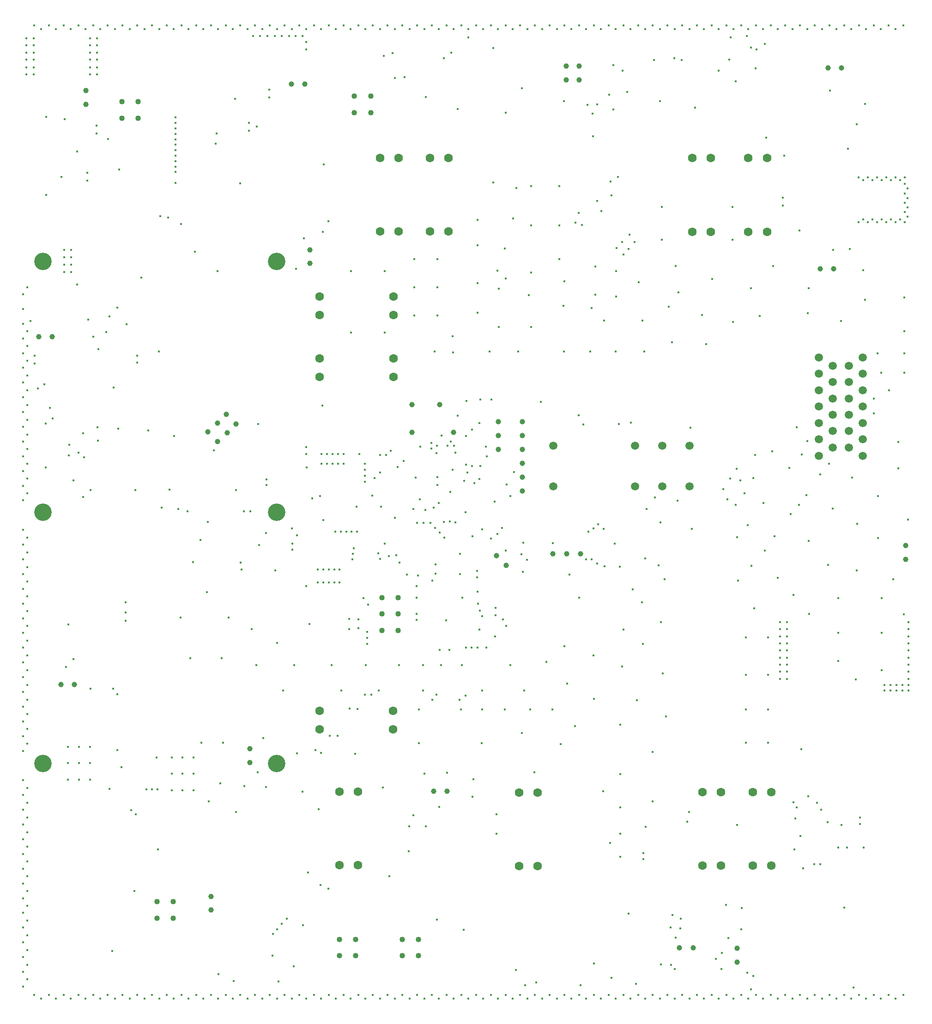
<source format=gbr>
%TF.GenerationSoftware,KiCad,Pcbnew,8.0.5*%
%TF.CreationDate,2025-02-05T16:42:08+01:00*%
%TF.ProjectId,FT25_PDU,46543235-5f50-4445-952e-6b696361645f,V1.2*%
%TF.SameCoordinates,Original*%
%TF.FileFunction,Plated,1,4,PTH,Drill*%
%TF.FilePolarity,Positive*%
%FSLAX46Y46*%
G04 Gerber Fmt 4.6, Leading zero omitted, Abs format (unit mm)*
G04 Created by KiCad (PCBNEW 8.0.5) date 2025-02-05 16:42:08*
%MOMM*%
%LPD*%
G01*
G04 APERTURE LIST*
%TA.AperFunction,ViaDrill*%
%ADD10C,0.400000*%
%TD*%
%TA.AperFunction,ComponentDrill*%
%ADD11C,1.000000*%
%TD*%
%TA.AperFunction,ComponentDrill*%
%ADD12C,1.020000*%
%TD*%
%TA.AperFunction,ComponentDrill*%
%ADD13C,1.500000*%
%TD*%
%TA.AperFunction,ComponentDrill*%
%ADD14C,1.600000*%
%TD*%
%TA.AperFunction,ComponentDrill*%
%ADD15C,3.200000*%
%TD*%
G04 APERTURE END LIST*
D10*
X112800000Y-104100000D03*
X112800000Y-106800000D03*
X112800000Y-109500000D03*
X112800000Y-112200001D03*
X112800000Y-114900000D03*
X112800000Y-117600000D03*
X112800000Y-120300001D03*
X112800000Y-123000000D03*
X112800000Y-125700000D03*
X112800000Y-128399999D03*
X112800000Y-131100000D03*
X112800000Y-133800000D03*
X112800000Y-136499999D03*
X112800000Y-139200000D03*
X112800000Y-141900000D03*
X112800000Y-147300000D03*
X112800000Y-150000000D03*
X112800000Y-152700000D03*
X112800000Y-155400001D03*
X112800000Y-158100000D03*
X112800000Y-160800000D03*
X112800000Y-163500001D03*
X112800000Y-166200000D03*
X112800000Y-168900000D03*
X112800000Y-171599999D03*
X112800000Y-174300000D03*
X112800000Y-177000000D03*
X112800000Y-179699999D03*
X112800000Y-182400000D03*
X112800000Y-185100000D03*
X112800000Y-187800000D03*
X112800000Y-193200000D03*
X112800000Y-195900000D03*
X112800000Y-198600001D03*
X112800000Y-201300000D03*
X112800000Y-204000000D03*
X112800000Y-206699999D03*
X112800000Y-209400000D03*
X112800000Y-212100000D03*
X112800000Y-214799999D03*
X112800000Y-217500000D03*
X112800000Y-220200000D03*
X112800000Y-222900000D03*
X112800000Y-225600001D03*
X112800000Y-228300000D03*
X112800000Y-231000000D03*
X113400000Y-57200000D03*
X113400000Y-58500000D03*
X113400000Y-59800000D03*
X113400000Y-61100000D03*
X113400000Y-62500000D03*
X113400000Y-63800000D03*
X113500000Y-102800000D03*
X113500000Y-110900000D03*
X113500000Y-113600000D03*
X113500000Y-116300000D03*
X113500000Y-119000000D03*
X113500000Y-121700000D03*
X113500000Y-124400000D03*
X113500000Y-127100000D03*
X113500000Y-129800000D03*
X113500000Y-132500000D03*
X113500000Y-135200000D03*
X113500000Y-137900000D03*
X113500000Y-140600000D03*
X113500000Y-148700000D03*
X113500000Y-151400000D03*
X113500000Y-154100000D03*
X113500000Y-156800000D03*
X113500000Y-159500000D03*
X113500000Y-162200000D03*
X113500000Y-164900000D03*
X113500000Y-167600000D03*
X113500000Y-170300000D03*
X113500000Y-173000000D03*
X113500000Y-175700000D03*
X113500000Y-178400000D03*
X113500000Y-181100000D03*
X113500000Y-183800000D03*
X113500000Y-186500000D03*
X113500000Y-194600000D03*
X113500000Y-197300000D03*
X113500000Y-200000000D03*
X113500000Y-202700000D03*
X113500000Y-205400000D03*
X113500000Y-208100000D03*
X113500000Y-210800000D03*
X113500000Y-213500000D03*
X113500000Y-216200000D03*
X113500000Y-218900000D03*
X113500000Y-221600000D03*
X113500000Y-224300000D03*
X113500000Y-227000000D03*
X113500000Y-229700000D03*
X114100000Y-109000000D03*
X114700000Y-57200000D03*
X114700000Y-58500000D03*
X114700000Y-59800000D03*
X114700000Y-61100000D03*
X114700000Y-62500000D03*
X114700000Y-63800000D03*
X114800000Y-54800000D03*
X114800000Y-232500000D03*
X114850000Y-115365000D03*
X114850000Y-116835000D03*
X115500000Y-121400000D03*
X116100000Y-55500000D03*
X116100000Y-233200000D03*
X116700000Y-120600008D03*
X116950000Y-127809998D03*
X116950000Y-135830000D03*
X117000000Y-85900000D03*
X117010000Y-71560000D03*
X117500000Y-54800000D03*
X117500000Y-232500000D03*
X117700000Y-124900000D03*
X118200000Y-126900000D03*
X118800000Y-55500000D03*
X118800000Y-233200000D03*
X119820000Y-82610000D03*
X120200000Y-54800000D03*
X120200000Y-232500000D03*
X120300000Y-96000000D03*
X120300000Y-97300000D03*
X120300000Y-98700000D03*
X120300000Y-100000000D03*
X120380000Y-72000000D03*
X120600000Y-172400000D03*
X121020000Y-187060000D03*
X121020000Y-190060000D03*
X121020000Y-193060000D03*
X121096643Y-164655057D03*
X121109733Y-133655785D03*
X121220000Y-131730000D03*
X121500000Y-55500000D03*
X121500000Y-233200000D03*
X121600000Y-96000000D03*
X121600000Y-97300000D03*
X121600000Y-98700000D03*
X121600000Y-100000000D03*
X122000006Y-138200000D03*
X122026642Y-170965056D03*
X122670000Y-77940000D03*
X122690000Y-102300000D03*
X122900000Y-54800000D03*
X122900000Y-232500000D03*
X122925000Y-133107169D03*
X123020000Y-187060000D03*
X123020000Y-190060000D03*
X123020000Y-193060000D03*
X123770000Y-129560000D03*
X123800000Y-141300000D03*
X123900000Y-134000000D03*
X124200000Y-55500000D03*
X124200000Y-233200000D03*
X124500000Y-81800000D03*
X124500000Y-83300000D03*
X124740000Y-108780000D03*
X125000000Y-57200000D03*
X125000000Y-58500000D03*
X125000000Y-59800000D03*
X125000000Y-61100000D03*
X125000000Y-62500000D03*
X125000000Y-63800000D03*
X125020000Y-187060000D03*
X125020000Y-190060000D03*
X125020000Y-193060000D03*
X125096643Y-176415000D03*
X125100000Y-140000000D03*
X125600000Y-54800000D03*
X125600000Y-232500000D03*
X125650000Y-111860000D03*
X126210000Y-73180000D03*
X126210000Y-74640000D03*
X126300000Y-57200000D03*
X126300000Y-58500000D03*
X126300000Y-59800000D03*
X126300000Y-61100000D03*
X126300000Y-62500000D03*
X126300000Y-63800000D03*
X126410000Y-128460000D03*
X126500000Y-130900000D03*
X126595000Y-114185000D03*
X126900000Y-55500000D03*
X126900000Y-233200000D03*
X128000000Y-111000000D03*
X128300000Y-54800000D03*
X128300000Y-232500000D03*
X128310000Y-75640000D03*
X128580000Y-194790000D03*
X128640000Y-108180000D03*
X129100000Y-224500000D03*
X129286643Y-176385057D03*
X129400000Y-121200000D03*
X129600000Y-55500000D03*
X129600000Y-233200000D03*
X130010000Y-177380000D03*
X130035000Y-187700000D03*
X130070000Y-106520000D03*
X130209425Y-128709479D03*
X130400000Y-81200000D03*
X130830000Y-190830000D03*
X131000000Y-54800000D03*
X131000000Y-232500000D03*
X131520000Y-162470000D03*
X131540000Y-160600000D03*
X131540000Y-163930000D03*
X131700000Y-109600000D03*
X132300000Y-55500000D03*
X132300000Y-233200000D03*
X132600000Y-198700000D03*
X133200000Y-213500002D03*
X133298000Y-139970000D03*
X133430000Y-199400000D03*
X133700000Y-54800000D03*
X133700000Y-115375000D03*
X133700000Y-116600000D03*
X133700000Y-232500000D03*
X134400001Y-101079999D03*
X135000000Y-55500000D03*
X135000000Y-233200000D03*
X135350000Y-194860000D03*
X135710000Y-129090000D03*
X136350000Y-194860000D03*
X136400000Y-54800000D03*
X136400000Y-232500000D03*
X137210000Y-189045000D03*
X137410000Y-194860000D03*
X137460000Y-205870000D03*
X137690000Y-114580000D03*
X137700000Y-55500000D03*
X137700000Y-233200000D03*
X137910000Y-89820000D03*
X138200000Y-143200000D03*
X139100000Y-54800000D03*
X139100000Y-232500000D03*
X139330000Y-90060000D03*
X139600000Y-139900000D03*
X140000000Y-189000000D03*
X140000000Y-192000000D03*
X140000000Y-195000000D03*
X140400000Y-55500000D03*
X140400000Y-233200000D03*
X140470000Y-130070000D03*
X140700000Y-71700000D03*
X140700000Y-72700000D03*
X140700000Y-73700000D03*
X140700000Y-74700000D03*
X140700000Y-75700000D03*
X140700000Y-76700000D03*
X140700000Y-77700000D03*
X140700000Y-78700000D03*
X140700000Y-79700000D03*
X140700000Y-80700000D03*
X140700000Y-81700000D03*
X140700000Y-83700000D03*
X141200000Y-143500000D03*
X141600000Y-163400000D03*
X141750000Y-91230000D03*
X141800000Y-54800000D03*
X141800000Y-232500000D03*
X142000000Y-189000000D03*
X142000000Y-192000000D03*
X142000000Y-195000000D03*
X142900000Y-143900000D03*
X143100000Y-55500000D03*
X143100000Y-233200000D03*
X143400000Y-170800000D03*
X143900000Y-153240000D03*
X144000000Y-189000000D03*
X144000000Y-192000000D03*
X144000000Y-195000000D03*
X144240000Y-96300000D03*
X144500000Y-54800000D03*
X144500000Y-232500000D03*
X145248008Y-149151992D03*
X145438624Y-186269996D03*
X145800000Y-55500000D03*
X145800000Y-233200000D03*
X146500000Y-158700000D03*
X146600000Y-145800000D03*
X146800000Y-197100000D03*
X147200000Y-54800000D03*
X147200000Y-232500000D03*
X147700000Y-132700000D03*
X148060000Y-76510000D03*
X148200000Y-74600000D03*
X148400000Y-99900000D03*
X148500000Y-55500000D03*
X148500000Y-233200000D03*
X148600000Y-228700000D03*
X148960000Y-193750000D03*
X149200000Y-170800000D03*
X149450000Y-186282143D03*
X149900000Y-54800000D03*
X149900000Y-232500000D03*
X150400000Y-163400000D03*
X151200000Y-55500000D03*
X151200000Y-233200000D03*
X151402000Y-229980000D03*
X151600000Y-68300000D03*
X151800000Y-140000000D03*
X151800000Y-199000000D03*
X152590000Y-83790000D03*
X152600000Y-54800000D03*
X152600000Y-232500000D03*
X152615045Y-153286262D03*
X152780000Y-154550000D03*
X153255000Y-143865000D03*
X153301992Y-194298008D03*
X153900000Y-55500000D03*
X153900000Y-233200000D03*
X154200000Y-72700000D03*
X154200000Y-74100000D03*
X154425000Y-143860000D03*
X154700000Y-165500000D03*
X154900000Y-56750000D03*
X155300000Y-54800000D03*
X155300000Y-232500000D03*
X155500000Y-172100000D03*
X155620000Y-73390000D03*
X155805000Y-191700000D03*
X155900000Y-127900000D03*
X156030000Y-150040000D03*
X156200000Y-56750000D03*
X156600000Y-55500000D03*
X156600000Y-233200000D03*
X156800000Y-185450000D03*
X157300000Y-147900000D03*
X157300000Y-194400000D03*
X157374997Y-138074989D03*
X157400000Y-139100000D03*
X157550000Y-56750000D03*
X157865000Y-68065000D03*
X157895000Y-66595000D03*
X158000000Y-54800000D03*
X158000000Y-232500000D03*
X158500000Y-225300000D03*
X158600000Y-221350000D03*
X158900000Y-56750000D03*
X158990000Y-154700000D03*
X159300000Y-55500000D03*
X159300000Y-168000000D03*
X159300000Y-233200000D03*
X159350000Y-220500000D03*
X159600000Y-230100000D03*
X160200000Y-56750000D03*
X160220000Y-219510000D03*
X160400000Y-176700000D03*
X160700000Y-54800000D03*
X160700000Y-232500000D03*
X161120000Y-218550000D03*
X161500000Y-56750000D03*
X162000000Y-55500000D03*
X162000000Y-233200000D03*
X162039380Y-146994046D03*
X162100000Y-149849997D03*
X162100000Y-150900000D03*
X162340000Y-227320000D03*
X162500000Y-172100000D03*
X162700000Y-56750000D03*
X162830000Y-99440000D03*
X162950000Y-188250000D03*
X162999999Y-148299999D03*
X163400000Y-54800000D03*
X163400000Y-232500000D03*
X163950000Y-56750000D03*
X164010000Y-195260000D03*
X164060000Y-219720000D03*
X164250000Y-93870000D03*
X164640000Y-133350000D03*
X164650000Y-57900000D03*
X164650000Y-59200000D03*
X164660000Y-132100000D03*
X164699992Y-157600000D03*
X164700000Y-55500000D03*
X164700000Y-233200000D03*
X164730000Y-135850000D03*
X165025000Y-210100000D03*
X165250000Y-164525000D03*
X165800000Y-141500000D03*
X166100000Y-54800000D03*
X166100000Y-232500000D03*
X166400000Y-187700000D03*
X166800000Y-154600000D03*
X166800000Y-156900000D03*
X166975000Y-198520000D03*
X167200000Y-141100000D03*
X167300000Y-212400000D03*
X167400000Y-55500000D03*
X167400000Y-188200000D03*
X167400000Y-233200000D03*
X167500000Y-133400000D03*
X167500000Y-135200000D03*
X167600000Y-124500000D03*
X167700000Y-92700000D03*
X167800000Y-145500000D03*
X167800000Y-154600000D03*
X167800000Y-156900000D03*
X167870000Y-80280000D03*
X168500000Y-133400000D03*
X168500000Y-135200000D03*
X168746017Y-213092734D03*
X168750000Y-90690000D03*
X168800000Y-54800000D03*
X168800000Y-154600000D03*
X168800000Y-156900000D03*
X168800000Y-232500000D03*
X169000000Y-185000000D03*
X169300000Y-172100000D03*
X169500000Y-133400000D03*
X169500000Y-135200000D03*
X169800000Y-154600000D03*
X169800000Y-156900000D03*
X170000000Y-147600000D03*
X170100000Y-55500000D03*
X170100000Y-233200000D03*
X170399993Y-185000007D03*
X170500000Y-133400000D03*
X170500000Y-135200000D03*
X170800000Y-154600000D03*
X170800000Y-156900000D03*
X171000000Y-147600000D03*
X171100000Y-176700000D03*
X171500000Y-54800000D03*
X171500000Y-133400000D03*
X171500000Y-135200000D03*
X171500000Y-232500000D03*
X172000000Y-147600000D03*
X172500000Y-163600002D03*
X172500010Y-165500000D03*
X172630000Y-180080042D03*
X172800000Y-55500000D03*
X172800000Y-233200000D03*
X172900000Y-99900000D03*
X172900000Y-111100000D03*
X173000000Y-147600000D03*
X173100000Y-152700000D03*
X173178100Y-151701287D03*
X173400000Y-150675000D03*
X173600000Y-188300000D03*
X173900000Y-143025000D03*
X174000000Y-147600000D03*
X174098008Y-180098008D03*
X174200000Y-54800000D03*
X174200000Y-163700000D03*
X174200000Y-165300000D03*
X174200000Y-232500000D03*
X174400000Y-133425000D03*
X175200000Y-159800000D03*
X175399996Y-177500000D03*
X175400000Y-135200000D03*
X175400000Y-136300000D03*
X175400000Y-137400000D03*
X175400000Y-138500000D03*
X175500000Y-55500000D03*
X175500000Y-233200000D03*
X175600000Y-172100000D03*
X175800000Y-166000000D03*
X175800000Y-167100000D03*
X175800000Y-168200000D03*
X176000000Y-161000000D03*
X176600000Y-177500000D03*
X176780000Y-141010000D03*
X176900000Y-54800000D03*
X176900000Y-232500000D03*
X177200000Y-137760000D03*
X177900000Y-151600000D03*
X178000000Y-176700000D03*
X178200000Y-55500000D03*
X178200000Y-133600000D03*
X178200000Y-233200000D03*
X178245000Y-136795000D03*
X178251992Y-152651992D03*
X178400000Y-143025000D03*
X178700000Y-194500000D03*
X178900000Y-60400000D03*
X179087574Y-149787575D03*
X179100000Y-99900000D03*
X179100000Y-111100000D03*
X179300000Y-133600000D03*
X179600000Y-54800000D03*
X179600000Y-232500000D03*
X179800000Y-152100000D03*
X179900000Y-210800000D03*
X180200000Y-132800000D03*
X180473008Y-59923008D03*
X180900000Y-55500000D03*
X180900000Y-145064290D03*
X180900000Y-233200000D03*
X180950000Y-64500000D03*
X181168421Y-151900000D03*
X181400000Y-135721507D03*
X181700000Y-172100000D03*
X181800000Y-153300000D03*
X182300000Y-54800000D03*
X182300000Y-232500000D03*
X182550000Y-134690000D03*
X182700000Y-64300000D03*
X183096519Y-155468306D03*
X183500000Y-206170000D03*
X183520000Y-201650000D03*
X183600000Y-55500000D03*
X183600000Y-233200000D03*
X184300000Y-143500000D03*
X184300000Y-199600000D03*
X184500000Y-97700000D03*
X184500000Y-102800000D03*
X184500000Y-108000000D03*
X184700000Y-137700000D03*
X184900000Y-157600000D03*
X184900000Y-159725000D03*
X184900000Y-162725000D03*
X184900000Y-163800000D03*
X185000000Y-54800000D03*
X185000000Y-146000000D03*
X185000000Y-232500000D03*
X185171992Y-155668008D03*
X185300000Y-180200000D03*
X185300000Y-186400000D03*
X185500000Y-141700000D03*
X185600000Y-132000000D03*
X186100000Y-172100000D03*
X186100000Y-176700000D03*
X186200000Y-146000000D03*
X186300000Y-55500000D03*
X186300000Y-192000000D03*
X186300000Y-233200000D03*
X186500000Y-143600000D03*
X186600000Y-201600000D03*
X186625001Y-67910000D03*
X187400000Y-146000000D03*
X187600000Y-131400000D03*
X187600000Y-132400000D03*
X187700000Y-54800000D03*
X187700000Y-232500000D03*
X187739097Y-156575000D03*
X187800000Y-178400000D03*
X188070107Y-143211227D03*
X188200000Y-114600000D03*
X188300000Y-146900000D03*
X188399998Y-155300000D03*
X188400000Y-153650000D03*
X188499994Y-133200000D03*
X188575000Y-177500000D03*
X188600000Y-131900000D03*
X188600000Y-218700000D03*
X188700000Y-97700000D03*
X188700000Y-102800000D03*
X188700000Y-108000000D03*
X188710000Y-139040000D03*
X188725000Y-137630000D03*
X189000000Y-55500000D03*
X189000000Y-142375000D03*
X189000000Y-233200000D03*
X189060000Y-198100000D03*
X189100000Y-147800000D03*
X189100000Y-169300000D03*
X189400000Y-172100000D03*
X189500000Y-130000004D03*
X189900000Y-60800000D03*
X189911324Y-145800714D03*
X190000000Y-148700000D03*
X190300000Y-163900000D03*
X190400000Y-54800000D03*
X190400000Y-232500000D03*
X190500002Y-191800000D03*
X190600000Y-131900000D03*
X190900000Y-169300000D03*
X190961292Y-145792265D03*
X191099997Y-140299997D03*
X191200000Y-131100000D03*
X191260000Y-59820000D03*
X191500000Y-111800000D03*
X191500000Y-136300000D03*
X191600000Y-114800000D03*
X191700000Y-55500000D03*
X191700000Y-233200000D03*
X191800000Y-131900000D03*
X192007326Y-145883469D03*
X192025000Y-133155564D03*
X192400000Y-126400000D03*
X192450000Y-70165001D03*
X192800000Y-178475000D03*
X192817991Y-151682009D03*
X192829810Y-155370190D03*
X193000000Y-180200000D03*
X193100000Y-54800000D03*
X193100000Y-232500000D03*
X193225000Y-172100000D03*
X193300000Y-159700000D03*
X193560000Y-220630000D03*
X193600000Y-138300000D03*
X193900000Y-144100000D03*
X193900000Y-177700000D03*
X193990000Y-135364382D03*
X194000000Y-130100000D03*
X194000000Y-168900000D03*
X194062314Y-123660425D03*
X194201992Y-136801992D03*
X194400000Y-55500000D03*
X194400000Y-233200000D03*
X194400004Y-57000000D03*
X195000000Y-168900000D03*
X195050000Y-135577024D03*
X195100000Y-128900000D03*
X195112500Y-148487500D03*
X195170000Y-196200000D03*
X195300000Y-193000000D03*
X195500000Y-138700000D03*
X195800000Y-54800000D03*
X195800000Y-232500000D03*
X195967991Y-154832009D03*
X196000000Y-156000000D03*
X196079810Y-158620190D03*
X196100000Y-90500000D03*
X196100000Y-95100000D03*
X196100000Y-102100000D03*
X196100000Y-107500000D03*
X196100000Y-168900012D03*
X196133795Y-160866207D03*
X196400000Y-127700000D03*
X196400000Y-138000000D03*
X196450000Y-165550000D03*
X196500000Y-162121928D03*
X196600000Y-123425000D03*
X196600000Y-135633794D03*
X196800000Y-186400000D03*
X196899966Y-163092769D03*
X196900000Y-147200000D03*
X196900000Y-176700000D03*
X196925000Y-180200000D03*
X197100000Y-55500000D03*
X197100000Y-233200000D03*
X197600000Y-132070000D03*
X197700000Y-168900000D03*
X197780000Y-133810000D03*
X198300000Y-114600000D03*
X198500000Y-54800000D03*
X198500000Y-148900000D03*
X198500000Y-232500000D03*
X198600000Y-123425000D03*
X198930009Y-83630009D03*
X198981636Y-58948364D03*
X199250000Y-142110000D03*
X199301990Y-166798006D03*
X199400000Y-161600000D03*
X199400000Y-162900000D03*
X199550000Y-202990000D03*
X199570000Y-199410000D03*
X199700000Y-148000000D03*
X199750000Y-99750000D03*
X199800000Y-55500000D03*
X199800000Y-233200000D03*
X200000000Y-103100000D03*
X200000000Y-110100000D03*
X200540000Y-146910000D03*
X200700008Y-163700000D03*
X201100000Y-95700000D03*
X201100000Y-180200000D03*
X201199997Y-101199997D03*
X201200000Y-54800000D03*
X201200000Y-151100000D03*
X201200000Y-232500000D03*
X201240000Y-70840000D03*
X201326447Y-164859505D03*
X201379994Y-139000000D03*
X202070000Y-141100000D03*
X202100000Y-172100000D03*
X202500000Y-55500000D03*
X202500000Y-233200000D03*
X202600000Y-90200000D03*
X202800000Y-136700000D03*
X203100000Y-228000000D03*
X203200000Y-84600000D03*
X203500000Y-114600000D03*
X203900000Y-54800000D03*
X203900000Y-232500000D03*
X204100000Y-151800000D03*
X204200000Y-66300000D03*
X204200000Y-184500000D03*
X204400000Y-155000000D03*
X204430000Y-149675000D03*
X204600000Y-176700000D03*
X204800000Y-230800000D03*
X205100000Y-152800000D03*
X205200000Y-55500000D03*
X205200000Y-233200000D03*
X205500000Y-104300000D03*
X205700000Y-180200000D03*
X205900000Y-84300000D03*
X205900000Y-91500000D03*
X205900000Y-100100000D03*
X205900000Y-110100000D03*
X206500000Y-191700000D03*
X206600000Y-54800000D03*
X206600000Y-232500000D03*
X206840000Y-230230000D03*
X207700000Y-123800000D03*
X207900000Y-55500000D03*
X207900000Y-233200000D03*
X208700000Y-171500000D03*
X209300000Y-54800000D03*
X209300000Y-232500000D03*
X209800000Y-180200000D03*
X209900000Y-149700000D03*
X210600000Y-55500000D03*
X210600000Y-233200000D03*
X211100000Y-84300000D03*
X211100000Y-91500000D03*
X211100000Y-97700000D03*
X211300000Y-186600000D03*
X211800000Y-106200000D03*
X211890000Y-68700000D03*
X211900000Y-114600000D03*
X212000000Y-54800000D03*
X212000000Y-101700000D03*
X212000000Y-168600000D03*
X212000000Y-232500000D03*
X212500000Y-175500000D03*
X212900000Y-155475000D03*
X213300000Y-55500000D03*
X213300000Y-233200000D03*
X213900000Y-183300000D03*
X214000000Y-91000000D03*
X214590000Y-126320000D03*
X214599998Y-89200002D03*
X214700000Y-54800000D03*
X214700000Y-159700000D03*
X214700000Y-232500000D03*
X215000000Y-230800000D03*
X215200000Y-91400000D03*
X215500000Y-128000000D03*
X215942925Y-152674563D03*
X216000000Y-55500000D03*
X216000000Y-233200000D03*
X216200000Y-69400000D03*
X216400000Y-147600000D03*
X216700000Y-114600000D03*
X216989289Y-152725000D03*
X217000000Y-106600000D03*
X217140000Y-70970000D03*
X217270000Y-75120000D03*
X217300000Y-147000000D03*
X217300000Y-170300000D03*
X217400000Y-54800000D03*
X217400000Y-178300000D03*
X217400000Y-232500000D03*
X217427008Y-226775000D03*
X217700000Y-99000000D03*
X217700000Y-104200000D03*
X218000000Y-69300000D03*
X218000000Y-87000000D03*
X218000000Y-153500000D03*
X218200000Y-146300000D03*
X218700000Y-55500000D03*
X218700000Y-233200000D03*
X218798012Y-88898004D03*
X219100000Y-195200000D03*
X219200000Y-147075000D03*
X219300000Y-108900000D03*
X219340589Y-153966688D03*
X220100000Y-54800000D03*
X220100000Y-232500000D03*
X220225000Y-67500000D03*
X220400000Y-204700000D03*
X220500000Y-83399996D03*
X220600000Y-86000000D03*
X220600000Y-229400000D03*
X221000000Y-62100000D03*
X221000000Y-70200000D03*
X221190000Y-149810000D03*
X221400000Y-55500000D03*
X221400000Y-114600000D03*
X221400000Y-233200000D03*
X221500000Y-99900000D03*
X221500000Y-104500000D03*
X221600000Y-95600000D03*
X221820000Y-82600000D03*
X222000000Y-127899960D03*
X222170599Y-154075000D03*
X222200000Y-183000000D03*
X222200000Y-192100000D03*
X222200000Y-198200000D03*
X222200000Y-203000000D03*
X222200000Y-207200000D03*
X222600000Y-94500000D03*
X222600000Y-172300000D03*
X222700008Y-63100000D03*
X222800000Y-54800000D03*
X222800000Y-96800000D03*
X222800000Y-165600000D03*
X222800000Y-232500000D03*
X223500000Y-67000000D03*
X223800000Y-95800000D03*
X223800000Y-217600000D03*
X223901000Y-93200000D03*
X224100000Y-55500000D03*
X224100000Y-233200000D03*
X224200000Y-127600000D03*
X224500000Y-158200000D03*
X224900000Y-94500000D03*
X225100008Y-230500000D03*
X225300000Y-178500000D03*
X225500000Y-54800000D03*
X225500000Y-232500000D03*
X225600000Y-101900000D03*
X226200000Y-160600000D03*
X226300000Y-108900000D03*
X226400000Y-168200000D03*
X226460000Y-206550000D03*
X226460000Y-207680000D03*
X226600000Y-114600000D03*
X226800000Y-55500000D03*
X226800000Y-152500000D03*
X226800000Y-233200000D03*
X226900000Y-201700000D03*
X227100000Y-143490250D03*
X228200000Y-54800000D03*
X228200000Y-188000000D03*
X228200000Y-197100000D03*
X228200000Y-232500000D03*
X228400000Y-61200000D03*
X228550378Y-141349621D03*
X229300000Y-153800000D03*
X229500000Y-55500000D03*
X229500000Y-233200000D03*
X229540000Y-68670000D03*
X229600000Y-145900000D03*
X229700000Y-164200000D03*
X229706522Y-226989502D03*
X229900000Y-88100000D03*
X229900000Y-94100000D03*
X230000000Y-173600000D03*
X230400000Y-156300000D03*
X230600000Y-181500000D03*
X230900000Y-54800000D03*
X230900000Y-232500000D03*
X231100000Y-106400000D03*
X231500000Y-220200000D03*
X231550000Y-227000000D03*
X231700000Y-112900000D03*
X231775000Y-217920000D03*
X232150001Y-60800000D03*
X232200000Y-55500000D03*
X232200000Y-233200000D03*
X232238147Y-227775000D03*
X232400000Y-98900000D03*
X232400000Y-222000000D03*
X232700000Y-141925000D03*
X232900000Y-103800000D03*
X233278008Y-220361992D03*
X233360000Y-218530000D03*
X233500000Y-61200000D03*
X233600000Y-54800000D03*
X233600000Y-232500000D03*
X234500000Y-200750000D03*
X234852089Y-199006073D03*
X234900000Y-55500000D03*
X234900000Y-233200000D03*
X235100000Y-128600000D03*
X235375000Y-147075000D03*
X235970000Y-69880000D03*
X236300000Y-54800000D03*
X236300000Y-232500000D03*
X237200000Y-107900000D03*
X237600000Y-55500000D03*
X237600000Y-233200000D03*
X238000000Y-113200000D03*
X239000000Y-54800000D03*
X239000000Y-232500000D03*
X239100000Y-101300000D03*
X239750000Y-225950000D03*
X240270000Y-63100000D03*
X240300000Y-55500000D03*
X240300000Y-233200000D03*
X240800000Y-227800000D03*
X240850000Y-224850000D03*
X241100000Y-139800000D03*
X241590000Y-216010000D03*
X241700000Y-54800000D03*
X241700000Y-232500000D03*
X241901041Y-141700000D03*
X242075015Y-222124985D03*
X242201992Y-61125000D03*
X242425000Y-137881802D03*
X242440000Y-57040000D03*
X242800000Y-88100000D03*
X242800000Y-94100000D03*
X242900000Y-109200000D03*
X243000000Y-55500000D03*
X243000000Y-233200000D03*
X243400000Y-65100000D03*
X243400000Y-142700000D03*
X243600000Y-136100000D03*
X243620000Y-201400000D03*
X243700000Y-148600000D03*
X243800000Y-156600000D03*
X244266563Y-138250000D03*
X244400000Y-54800000D03*
X244400000Y-232500000D03*
X244450000Y-220530000D03*
X244490000Y-216660000D03*
X245000000Y-140600000D03*
X245300000Y-167000000D03*
X245300000Y-173900000D03*
X245300000Y-180200000D03*
X245300000Y-186300000D03*
X245425000Y-56774999D03*
X245500000Y-228500000D03*
X245600000Y-146400000D03*
X245700000Y-55500000D03*
X245700000Y-233200000D03*
X246200000Y-58900000D03*
X246200000Y-103000000D03*
X246200000Y-231500000D03*
X246300000Y-153900000D03*
X246600000Y-137800000D03*
X246600000Y-229100000D03*
X246800000Y-161700000D03*
X247000008Y-133600000D03*
X247030000Y-62725000D03*
X247100000Y-54800000D03*
X247100000Y-232500000D03*
X247207740Y-59194900D03*
X247800000Y-108100000D03*
X248400000Y-55500000D03*
X248400000Y-233200000D03*
X248500000Y-142400000D03*
X248700000Y-58200000D03*
X248700000Y-151100000D03*
X249000000Y-75400000D03*
X249300000Y-167000000D03*
X249300000Y-173900000D03*
X249300000Y-180200000D03*
X249300000Y-186300000D03*
X249800000Y-54800000D03*
X249800000Y-232500000D03*
X250100000Y-132900000D03*
X250300000Y-98900000D03*
X250500000Y-148500000D03*
X251100000Y-55500000D03*
X251100000Y-156100000D03*
X251100000Y-233200000D03*
X251500000Y-164200000D03*
X251500000Y-165500000D03*
X251500000Y-166800000D03*
X251500000Y-168100000D03*
X251500000Y-169400000D03*
X251500000Y-170700000D03*
X251500000Y-172000000D03*
X251500000Y-173300000D03*
X251500000Y-174600000D03*
X252050000Y-86400000D03*
X252050000Y-87800000D03*
X252300000Y-78700000D03*
X252500000Y-54800000D03*
X252500000Y-232500000D03*
X252800000Y-164200000D03*
X252800000Y-165500000D03*
X252800000Y-166800000D03*
X252800000Y-168100000D03*
X252800000Y-169400000D03*
X252800000Y-170700000D03*
X252800000Y-172000000D03*
X252800000Y-173300000D03*
X252800000Y-174600000D03*
X253200000Y-135900000D03*
X253500000Y-144400000D03*
X253800000Y-55500000D03*
X253800000Y-233200000D03*
X253979994Y-197260000D03*
X254000000Y-159200000D03*
X254200000Y-205900000D03*
X254325000Y-200207326D03*
X254600000Y-128500000D03*
X254600000Y-198200000D03*
X255000000Y-142700000D03*
X255100000Y-92400000D03*
X255200000Y-54800000D03*
X255200000Y-232500000D03*
X255264720Y-203443899D03*
X255400002Y-187499995D03*
X255500000Y-133500000D03*
X255800000Y-209340000D03*
X256400000Y-140900000D03*
X256500000Y-55500000D03*
X256500000Y-131000000D03*
X256500000Y-233200000D03*
X256600000Y-107600000D03*
X256690000Y-196100000D03*
X256800000Y-103000000D03*
X256800000Y-149300000D03*
X256899996Y-162700000D03*
X257800000Y-208564999D03*
X257900000Y-54800000D03*
X257900000Y-232500000D03*
X258320002Y-197355000D03*
X258864644Y-208564999D03*
X258900000Y-137100000D03*
X259110000Y-198600000D03*
X259200000Y-55500000D03*
X259200000Y-233200000D03*
X260240000Y-200890000D03*
X260300000Y-153700000D03*
X260500000Y-135200000D03*
X260600000Y-54800000D03*
X260600000Y-232500000D03*
X260700000Y-66800000D03*
X261200000Y-143400000D03*
X261300000Y-96000000D03*
X261900000Y-55500000D03*
X261900000Y-233200000D03*
X262200000Y-159800000D03*
X262200000Y-166200000D03*
X262200000Y-171300000D03*
X262240000Y-205570000D03*
X262700000Y-109000000D03*
X262820000Y-201410000D03*
X263300000Y-54800000D03*
X263300000Y-216500000D03*
X263300000Y-232500000D03*
X263800000Y-205500000D03*
X264000000Y-77400000D03*
X264299998Y-95800000D03*
X264600000Y-55500000D03*
X264600000Y-233200000D03*
X264700000Y-137700000D03*
X265000000Y-231200000D03*
X265400000Y-174700000D03*
X265600000Y-72900000D03*
X265600000Y-154700000D03*
X265700000Y-146200000D03*
X265899999Y-90900000D03*
X265900000Y-82700000D03*
X266000000Y-54800000D03*
X266000000Y-232500000D03*
X266180000Y-200010000D03*
X266200000Y-201200000D03*
X266750000Y-83226782D03*
X266750000Y-90373218D03*
X266800000Y-99700000D03*
X266900000Y-205500000D03*
X267082501Y-69210000D03*
X267100000Y-105100000D03*
X267300000Y-55500000D03*
X267300000Y-233200000D03*
X267600000Y-82700000D03*
X267600000Y-90900000D03*
X268450000Y-83226782D03*
X268450000Y-90373218D03*
X268700000Y-54800000D03*
X268700000Y-123200000D03*
X268700000Y-125900000D03*
X268700000Y-232500000D03*
X269299999Y-90900000D03*
X269300000Y-82700000D03*
X269400000Y-114900000D03*
X269500000Y-141100000D03*
X269500000Y-148800000D03*
X270000000Y-55500000D03*
X270000000Y-233200000D03*
X270100000Y-118500000D03*
X270150000Y-83226782D03*
X270150000Y-90373218D03*
X270200000Y-159800000D03*
X270200000Y-166200000D03*
X270200000Y-173000000D03*
X270700000Y-175700000D03*
X270700000Y-176700000D03*
X271000000Y-82700000D03*
X271000000Y-90900000D03*
X271400000Y-54800000D03*
X271400000Y-232500000D03*
X271500000Y-121699968D03*
X271800000Y-175700000D03*
X271800000Y-176700000D03*
X271850000Y-83226782D03*
X271850000Y-90373218D03*
X272300000Y-156300000D03*
X272699999Y-90900000D03*
X272700000Y-55500000D03*
X272700000Y-82700000D03*
X272700000Y-233200000D03*
X272900000Y-175700000D03*
X272900000Y-176700000D03*
X273200000Y-131200000D03*
X273200000Y-136000000D03*
X273550000Y-83226782D03*
X273550000Y-90373218D03*
X274000000Y-175700000D03*
X274000000Y-176700000D03*
X274100000Y-54800000D03*
X274100000Y-232500000D03*
X274200000Y-162800000D03*
X274300000Y-104700000D03*
X274300000Y-110900000D03*
X274300000Y-114900000D03*
X274300000Y-118500000D03*
X274400000Y-82700000D03*
X274400000Y-83899999D03*
X274400000Y-85600000D03*
X274400000Y-87299999D03*
X274400000Y-89000000D03*
X274400000Y-90900000D03*
X274926782Y-84750000D03*
X274926782Y-86450000D03*
X274926782Y-88150000D03*
X274926782Y-89850000D03*
X275000000Y-145400000D03*
X275100000Y-164200000D03*
X275100000Y-165500000D03*
X275100000Y-166800000D03*
X275100000Y-168100000D03*
X275100000Y-169400000D03*
X275100000Y-170700000D03*
X275100000Y-172000000D03*
X275100000Y-173300000D03*
X275100000Y-174600000D03*
X275100000Y-175700000D03*
X275100000Y-176700000D03*
D11*
%TO.C,TP7*%
X115640000Y-111860000D03*
X118140000Y-111860000D03*
%TO.C,TP8*%
X119700000Y-175640000D03*
X122200000Y-175640000D03*
%TO.C,TP19*%
X124290000Y-66770000D03*
X124290000Y-69270000D03*
%TO.C,TP16*%
X146658507Y-129361594D03*
%TO.C,TP13*%
X147190001Y-214490000D03*
X147190001Y-216990000D03*
%TO.C,TP15*%
X148399929Y-127761594D03*
%TO.C,TP16*%
X148426274Y-131129361D03*
%TO.C,TP17*%
X150052233Y-126132233D03*
%TO.C,TP15*%
X150167696Y-129529361D03*
%TO.C,TP17*%
X151820000Y-127900000D03*
%TO.C,TP6*%
X154370000Y-187430000D03*
X154370000Y-189930000D03*
%TO.C,TP18*%
X161920000Y-65550000D03*
X164420000Y-65550000D03*
%TO.C,TP2*%
X165320000Y-95960000D03*
X165320000Y-98460000D03*
%TO.C,K2*%
X184050000Y-124340000D03*
X184050000Y-129420000D03*
%TO.C,TP5*%
X188000000Y-195230000D03*
%TO.C,K2*%
X189130000Y-124340000D03*
%TO.C,TP5*%
X190500000Y-195230000D03*
%TO.C,K2*%
X191670000Y-129420000D03*
%TO.C,TP11*%
X199560553Y-152033274D03*
%TO.C,J2*%
X199865000Y-127465000D03*
X199865000Y-130005000D03*
X199865000Y-132545000D03*
%TO.C,TP11*%
X201328320Y-153801041D03*
%TO.C,J4*%
X204285000Y-127465000D03*
X204285000Y-130005000D03*
X204285000Y-132545000D03*
X204285000Y-135085000D03*
X204285000Y-137625000D03*
X204285000Y-140165000D03*
%TO.C,U11*%
X209860000Y-151720000D03*
%TO.C,TP12*%
X212339141Y-62292342D03*
X212339141Y-64792342D03*
%TO.C,U11*%
X212400000Y-151720000D03*
%TO.C,TP3*%
X214665218Y-62297470D03*
X214665218Y-64797470D03*
%TO.C,U11*%
X214940000Y-151720000D03*
%TO.C,TP10*%
X233090000Y-223860000D03*
X235590000Y-223860000D03*
%TO.C,TP1*%
X243620000Y-224000000D03*
X243620000Y-226500000D03*
%TO.C,TP14*%
X258880000Y-99440000D03*
%TO.C,TP4*%
X260299999Y-62600000D03*
%TO.C,TP14*%
X261380000Y-99440000D03*
%TO.C,TP4*%
X262799999Y-62600000D03*
%TO.C,TP9*%
X274570000Y-150180000D03*
X274570000Y-152680000D03*
D12*
%TO.C,J9*%
X130879500Y-68825800D03*
X130879500Y-71825800D03*
X133879500Y-68825800D03*
X133879500Y-71825800D03*
%TO.C,J11*%
X137324000Y-215474200D03*
X137324000Y-218474200D03*
X140324000Y-215474200D03*
X140324000Y-218474200D03*
%TO.C,J1*%
X170750000Y-222364200D03*
X170750000Y-225364200D03*
%TO.C,J5*%
X173505000Y-67795000D03*
X173505000Y-70795000D03*
%TO.C,J1*%
X173750000Y-222364200D03*
X173750000Y-225364200D03*
%TO.C,J5*%
X176505000Y-67795000D03*
X176505000Y-70795000D03*
%TO.C,J7*%
X178535000Y-159725000D03*
X178535000Y-162725000D03*
X178535000Y-165725000D03*
X181535000Y-159725000D03*
X181535000Y-162725000D03*
X181535000Y-165725000D03*
%TO.C,J3*%
X182234201Y-222361500D03*
X182234201Y-225361500D03*
X185234201Y-222361500D03*
X185234201Y-225361500D03*
D13*
%TO.C,K1*%
X209929411Y-131855000D03*
X209929411Y-139355000D03*
X224929411Y-131855000D03*
X224929411Y-139355000D03*
X229929411Y-131855000D03*
X229929411Y-139355000D03*
X234929411Y-131855000D03*
X234929411Y-139355000D03*
%TO.C,J10*%
X258650000Y-115700000D03*
X258650000Y-118700000D03*
X258650000Y-121700000D03*
X258650000Y-124700000D03*
X258650000Y-127700000D03*
X258650000Y-130700000D03*
X258650000Y-133700000D03*
X261150000Y-117200000D03*
X261150000Y-120200000D03*
X261150000Y-123200000D03*
X261150000Y-126200000D03*
X261150000Y-129200000D03*
X261150000Y-132200000D03*
X264150000Y-117200000D03*
X264150000Y-120200000D03*
X264150000Y-123200000D03*
X264150000Y-126200000D03*
X264150000Y-129200000D03*
X264150000Y-132200000D03*
X266650000Y-115700000D03*
X266650000Y-118700000D03*
X266650000Y-121700000D03*
X266650000Y-124700000D03*
X266650000Y-127700000D03*
X266650000Y-130700000D03*
X266650000Y-133700000D03*
D14*
%TO.C,H12*%
X167110000Y-180485000D03*
X167110000Y-183885000D03*
%TO.C,H15*%
X167159999Y-115825000D03*
X167159999Y-119225000D03*
%TO.C,H11*%
X167160000Y-104545000D03*
X167160000Y-107945000D03*
%TO.C,H10*%
X170725000Y-195300000D03*
X170725000Y-208770000D03*
X174125000Y-195300000D03*
X174125000Y-208770000D03*
%TO.C,H6*%
X178185000Y-79150000D03*
X178185000Y-92620000D03*
%TO.C,H12*%
X180580000Y-180485000D03*
X180580000Y-183885000D03*
%TO.C,H15*%
X180629999Y-115825000D03*
X180629999Y-119225000D03*
%TO.C,H11*%
X180630000Y-104545000D03*
X180630000Y-107945000D03*
%TO.C,H6*%
X181585000Y-79150000D03*
X181585000Y-92620000D03*
%TO.C,H14*%
X187375001Y-79150000D03*
X187375001Y-92620000D03*
X190775001Y-79150000D03*
X190775001Y-92620000D03*
%TO.C,H9*%
X203725000Y-195450000D03*
X203725000Y-208920000D03*
X207125000Y-195450000D03*
X207125000Y-208920000D03*
%TO.C,H7*%
X235435000Y-79160000D03*
X235435000Y-92630000D03*
%TO.C,H13*%
X237325000Y-195350000D03*
X237325000Y-208820000D03*
%TO.C,H7*%
X238835000Y-79160000D03*
X238835000Y-92630000D03*
%TO.C,H13*%
X240725000Y-195350000D03*
X240725000Y-208820000D03*
%TO.C,H8*%
X245725000Y-79160000D03*
X245725000Y-92630000D03*
%TO.C,H5*%
X246515000Y-195350000D03*
X246515000Y-208820000D03*
%TO.C,H8*%
X249125000Y-79160000D03*
X249125000Y-92630000D03*
%TO.C,H5*%
X249915000Y-195350000D03*
X249915000Y-208820000D03*
D15*
%TO.C,REF\u002A\u002A*%
X116410000Y-98080000D03*
X116410000Y-144080000D03*
X116410000Y-190080000D03*
X159210000Y-98080000D03*
X159210000Y-144080000D03*
X159210000Y-190080000D03*
M02*

</source>
